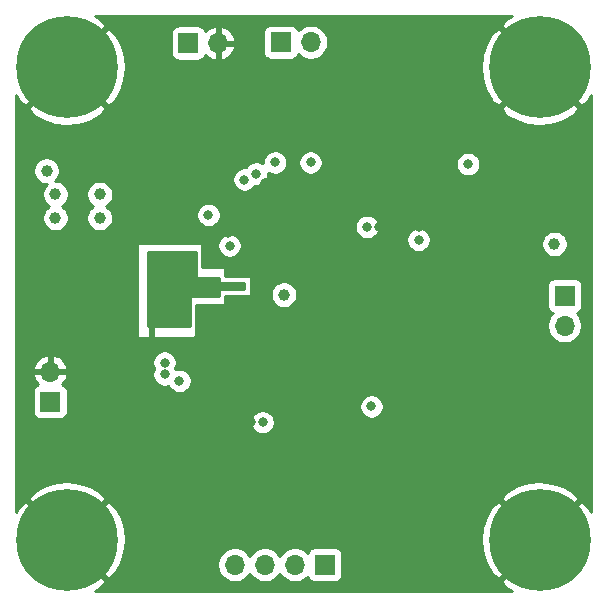
<source format=gbr>
G04 #@! TF.GenerationSoftware,KiCad,Pcbnew,(5.1.5)-3*
G04 #@! TF.CreationDate,2020-06-14T16:13:44+03:00*
G04 #@! TF.ProjectId,dev_board,6465765f-626f-4617-9264-2e6b69636164,rev?*
G04 #@! TF.SameCoordinates,Original*
G04 #@! TF.FileFunction,Copper,L2,Inr*
G04 #@! TF.FilePolarity,Positive*
%FSLAX46Y46*%
G04 Gerber Fmt 4.6, Leading zero omitted, Abs format (unit mm)*
G04 Created by KiCad (PCBNEW (5.1.5)-3) date 2020-06-14 16:13:44*
%MOMM*%
%LPD*%
G04 APERTURE LIST*
%ADD10C,0.900000*%
%ADD11C,8.600000*%
%ADD12O,1.700000X1.700000*%
%ADD13R,1.700000X1.700000*%
%ADD14C,0.800000*%
%ADD15C,1.000000*%
%ADD16C,0.500000*%
%ADD17C,0.254000*%
G04 APERTURE END LIST*
D10*
X37280419Y-32719581D03*
X35000000Y-31775000D03*
X32719581Y-32719581D03*
X31775000Y-35000000D03*
X32719581Y-37280419D03*
X35000000Y-38225000D03*
X37280419Y-37280419D03*
X38225000Y-35000000D03*
D11*
X35000000Y-35000000D03*
X75000000Y-35000000D03*
D10*
X78225000Y-35000000D03*
X77280419Y-37280419D03*
X75000000Y-38225000D03*
X72719581Y-37280419D03*
X71775000Y-35000000D03*
X72719581Y-32719581D03*
X75000000Y-31775000D03*
X77280419Y-32719581D03*
X77280419Y-72719581D03*
X75000000Y-71775000D03*
X72719581Y-72719581D03*
X71775000Y-75000000D03*
X72719581Y-77280419D03*
X75000000Y-78225000D03*
X77280419Y-77280419D03*
X78225000Y-75000000D03*
D11*
X75000000Y-75000000D03*
X35000000Y-75000000D03*
D10*
X38225000Y-75000000D03*
X37280419Y-77280419D03*
X35000000Y-78225000D03*
X32719581Y-77280419D03*
X31775000Y-75000000D03*
X32719581Y-72719581D03*
X35000000Y-71775000D03*
X37280419Y-72719581D03*
D12*
X33550000Y-60760000D03*
D13*
X33550000Y-63300000D03*
D12*
X77110000Y-56870000D03*
D13*
X77110000Y-54330000D03*
X53080000Y-32870000D03*
D12*
X55620000Y-32870000D03*
D13*
X45240000Y-32940000D03*
D12*
X47780000Y-32940000D03*
D13*
X56810000Y-77110000D03*
D12*
X54270000Y-77110000D03*
X51730000Y-77110000D03*
X49190000Y-77110000D03*
D14*
X43100000Y-45400000D03*
X48600000Y-49000000D03*
X61700000Y-60350000D03*
X61400000Y-48500000D03*
X49400000Y-62550000D03*
X48300000Y-43850000D03*
X63250000Y-63250000D03*
X46950000Y-45950000D03*
X46950000Y-47500000D03*
X51750000Y-44750000D03*
X50000000Y-44500000D03*
X51000000Y-44000000D03*
D15*
X32000000Y-50000000D03*
X32000000Y-52750000D03*
X32250000Y-55750000D03*
X34500000Y-55750000D03*
X34500000Y-57750000D03*
X32250000Y-57750000D03*
X37750000Y-45750000D03*
X37750000Y-47750000D03*
X34000000Y-47750000D03*
X34000000Y-45750000D03*
X33250000Y-43750000D03*
D14*
X45200000Y-51100000D03*
X42200000Y-56500000D03*
X64750000Y-48550000D03*
X65650000Y-51150000D03*
X63200000Y-61850000D03*
X58400000Y-65950000D03*
X57000000Y-64950000D03*
X50550000Y-65050000D03*
X51550000Y-65050000D03*
X43250000Y-60000000D03*
X43250000Y-61000000D03*
X64750000Y-49600000D03*
X60400000Y-48500000D03*
X68950000Y-43200000D03*
X60750000Y-63700000D03*
X44500000Y-61550000D03*
X46400000Y-55500000D03*
X47450000Y-55500000D03*
X44750000Y-46800000D03*
X41350000Y-46800000D03*
X48750000Y-50100000D03*
X52600000Y-43050000D03*
X55600000Y-43050000D03*
X68950000Y-44500000D03*
X69100000Y-48050000D03*
D15*
X60000000Y-32500000D03*
X65000000Y-32500000D03*
X65000000Y-37500000D03*
X60000000Y-37500000D03*
X60000000Y-42500000D03*
X65000000Y-42500000D03*
X50000000Y-37500000D03*
X42500000Y-37500000D03*
X42500000Y-40000000D03*
X50000000Y-40000000D03*
X67500000Y-62500000D03*
X72500000Y-62500000D03*
X77500000Y-62500000D03*
X77500000Y-67500000D03*
X72500000Y-67500000D03*
X57500000Y-67500000D03*
X60000000Y-72500000D03*
X65000000Y-72500000D03*
X70000000Y-72500000D03*
X65000000Y-77500000D03*
X60000000Y-77500000D03*
X70000000Y-77500000D03*
X40000000Y-77500000D03*
X40000000Y-72500000D03*
X40000000Y-67500000D03*
X45000000Y-67500000D03*
X50000000Y-67500000D03*
X45000000Y-72500000D03*
X45000000Y-77500000D03*
X70000000Y-57500000D03*
X35000000Y-67500000D03*
X53350000Y-54250000D03*
X76250000Y-49950000D03*
D16*
X42200000Y-56500000D02*
X42200000Y-58950000D01*
D17*
G36*
X72301560Y-30839606D02*
G01*
X72188946Y-30914851D01*
X71696787Y-31517182D01*
X75000000Y-34820395D01*
X75014143Y-34806253D01*
X75193748Y-34985858D01*
X75179605Y-35000000D01*
X78482818Y-38303213D01*
X79085149Y-37811054D01*
X79340000Y-37349534D01*
X79340001Y-72648909D01*
X79160394Y-72301560D01*
X79085149Y-72188946D01*
X78482818Y-71696787D01*
X75179605Y-75000000D01*
X75193748Y-75014143D01*
X75014143Y-75193748D01*
X75000000Y-75179605D01*
X71696787Y-78482818D01*
X72188946Y-79085149D01*
X72650466Y-79340000D01*
X37351093Y-79340000D01*
X37698440Y-79160394D01*
X37811054Y-79085149D01*
X38303213Y-78482818D01*
X35000000Y-75179605D01*
X34985858Y-75193748D01*
X34806253Y-75014143D01*
X34820395Y-75000000D01*
X35179605Y-75000000D01*
X38482818Y-78303213D01*
X39085149Y-77811054D01*
X39553034Y-76963740D01*
X47705000Y-76963740D01*
X47705000Y-77256260D01*
X47762068Y-77543158D01*
X47874010Y-77813411D01*
X48036525Y-78056632D01*
X48243368Y-78263475D01*
X48486589Y-78425990D01*
X48756842Y-78537932D01*
X49043740Y-78595000D01*
X49336260Y-78595000D01*
X49623158Y-78537932D01*
X49893411Y-78425990D01*
X50136632Y-78263475D01*
X50343475Y-78056632D01*
X50460000Y-77882240D01*
X50576525Y-78056632D01*
X50783368Y-78263475D01*
X51026589Y-78425990D01*
X51296842Y-78537932D01*
X51583740Y-78595000D01*
X51876260Y-78595000D01*
X52163158Y-78537932D01*
X52433411Y-78425990D01*
X52676632Y-78263475D01*
X52883475Y-78056632D01*
X53000000Y-77882240D01*
X53116525Y-78056632D01*
X53323368Y-78263475D01*
X53566589Y-78425990D01*
X53836842Y-78537932D01*
X54123740Y-78595000D01*
X54416260Y-78595000D01*
X54703158Y-78537932D01*
X54973411Y-78425990D01*
X55216632Y-78263475D01*
X55348487Y-78131620D01*
X55370498Y-78204180D01*
X55429463Y-78314494D01*
X55508815Y-78411185D01*
X55605506Y-78490537D01*
X55715820Y-78549502D01*
X55835518Y-78585812D01*
X55960000Y-78598072D01*
X57660000Y-78598072D01*
X57784482Y-78585812D01*
X57904180Y-78549502D01*
X58014494Y-78490537D01*
X58111185Y-78411185D01*
X58190537Y-78314494D01*
X58249502Y-78204180D01*
X58285812Y-78084482D01*
X58298072Y-77960000D01*
X58298072Y-76260000D01*
X58285812Y-76135518D01*
X58249502Y-76015820D01*
X58190537Y-75905506D01*
X58111185Y-75808815D01*
X58014494Y-75729463D01*
X57904180Y-75670498D01*
X57784482Y-75634188D01*
X57660000Y-75621928D01*
X55960000Y-75621928D01*
X55835518Y-75634188D01*
X55715820Y-75670498D01*
X55605506Y-75729463D01*
X55508815Y-75808815D01*
X55429463Y-75905506D01*
X55370498Y-76015820D01*
X55348487Y-76088380D01*
X55216632Y-75956525D01*
X54973411Y-75794010D01*
X54703158Y-75682068D01*
X54416260Y-75625000D01*
X54123740Y-75625000D01*
X53836842Y-75682068D01*
X53566589Y-75794010D01*
X53323368Y-75956525D01*
X53116525Y-76163368D01*
X53000000Y-76337760D01*
X52883475Y-76163368D01*
X52676632Y-75956525D01*
X52433411Y-75794010D01*
X52163158Y-75682068D01*
X51876260Y-75625000D01*
X51583740Y-75625000D01*
X51296842Y-75682068D01*
X51026589Y-75794010D01*
X50783368Y-75956525D01*
X50576525Y-76163368D01*
X50460000Y-76337760D01*
X50343475Y-76163368D01*
X50136632Y-75956525D01*
X49893411Y-75794010D01*
X49623158Y-75682068D01*
X49336260Y-75625000D01*
X49043740Y-75625000D01*
X48756842Y-75682068D01*
X48486589Y-75794010D01*
X48243368Y-75956525D01*
X48036525Y-76163368D01*
X47874010Y-76406589D01*
X47762068Y-76676842D01*
X47705000Y-76963740D01*
X39553034Y-76963740D01*
X39555063Y-76960067D01*
X39849929Y-76033757D01*
X39958414Y-75067719D01*
X39946940Y-74932281D01*
X70041586Y-74932281D01*
X70123649Y-75900921D01*
X70393107Y-76834938D01*
X70839606Y-77698440D01*
X70914851Y-77811054D01*
X71517182Y-78303213D01*
X74820395Y-75000000D01*
X71517182Y-71696787D01*
X70914851Y-72188946D01*
X70444937Y-73039933D01*
X70150071Y-73966243D01*
X70041586Y-74932281D01*
X39946940Y-74932281D01*
X39876351Y-74099079D01*
X39606893Y-73165062D01*
X39160394Y-72301560D01*
X39085149Y-72188946D01*
X38482818Y-71696787D01*
X35179605Y-75000000D01*
X34820395Y-75000000D01*
X31517182Y-71696787D01*
X30914851Y-72188946D01*
X30660000Y-72650466D01*
X30660000Y-71517182D01*
X31696787Y-71517182D01*
X35000000Y-74820395D01*
X38303213Y-71517182D01*
X71696787Y-71517182D01*
X75000000Y-74820395D01*
X78303213Y-71517182D01*
X77811054Y-70914851D01*
X76960067Y-70444937D01*
X76033757Y-70150071D01*
X75067719Y-70041586D01*
X74099079Y-70123649D01*
X73165062Y-70393107D01*
X72301560Y-70839606D01*
X72188946Y-70914851D01*
X71696787Y-71517182D01*
X38303213Y-71517182D01*
X37811054Y-70914851D01*
X36960067Y-70444937D01*
X36033757Y-70150071D01*
X35067719Y-70041586D01*
X34099079Y-70123649D01*
X33165062Y-70393107D01*
X32301560Y-70839606D01*
X32188946Y-70914851D01*
X31696787Y-71517182D01*
X30660000Y-71517182D01*
X30660000Y-64948061D01*
X50515000Y-64948061D01*
X50515000Y-65151939D01*
X50554774Y-65351898D01*
X50632795Y-65540256D01*
X50746063Y-65709774D01*
X50890226Y-65853937D01*
X51059744Y-65967205D01*
X51248102Y-66045226D01*
X51448061Y-66085000D01*
X51651939Y-66085000D01*
X51851898Y-66045226D01*
X52040256Y-65967205D01*
X52209774Y-65853937D01*
X52353937Y-65709774D01*
X52467205Y-65540256D01*
X52545226Y-65351898D01*
X52585000Y-65151939D01*
X52585000Y-64948061D01*
X52545226Y-64748102D01*
X52467205Y-64559744D01*
X52353937Y-64390226D01*
X52209774Y-64246063D01*
X52040256Y-64132795D01*
X51851898Y-64054774D01*
X51651939Y-64015000D01*
X51448061Y-64015000D01*
X51248102Y-64054774D01*
X51059744Y-64132795D01*
X50890226Y-64246063D01*
X50746063Y-64390226D01*
X50632795Y-64559744D01*
X50554774Y-64748102D01*
X50515000Y-64948061D01*
X30660000Y-64948061D01*
X30660000Y-62450000D01*
X32061928Y-62450000D01*
X32061928Y-64150000D01*
X32074188Y-64274482D01*
X32110498Y-64394180D01*
X32169463Y-64504494D01*
X32248815Y-64601185D01*
X32345506Y-64680537D01*
X32455820Y-64739502D01*
X32575518Y-64775812D01*
X32700000Y-64788072D01*
X34400000Y-64788072D01*
X34524482Y-64775812D01*
X34644180Y-64739502D01*
X34754494Y-64680537D01*
X34851185Y-64601185D01*
X34930537Y-64504494D01*
X34989502Y-64394180D01*
X35025812Y-64274482D01*
X35038072Y-64150000D01*
X35038072Y-63598061D01*
X59715000Y-63598061D01*
X59715000Y-63801939D01*
X59754774Y-64001898D01*
X59832795Y-64190256D01*
X59946063Y-64359774D01*
X60090226Y-64503937D01*
X60259744Y-64617205D01*
X60448102Y-64695226D01*
X60648061Y-64735000D01*
X60851939Y-64735000D01*
X61051898Y-64695226D01*
X61240256Y-64617205D01*
X61409774Y-64503937D01*
X61553937Y-64359774D01*
X61667205Y-64190256D01*
X61745226Y-64001898D01*
X61785000Y-63801939D01*
X61785000Y-63598061D01*
X61745226Y-63398102D01*
X61667205Y-63209744D01*
X61553937Y-63040226D01*
X61409774Y-62896063D01*
X61240256Y-62782795D01*
X61051898Y-62704774D01*
X60851939Y-62665000D01*
X60648061Y-62665000D01*
X60448102Y-62704774D01*
X60259744Y-62782795D01*
X60090226Y-62896063D01*
X59946063Y-63040226D01*
X59832795Y-63209744D01*
X59754774Y-63398102D01*
X59715000Y-63598061D01*
X35038072Y-63598061D01*
X35038072Y-62450000D01*
X35025812Y-62325518D01*
X34989502Y-62205820D01*
X34930537Y-62095506D01*
X34851185Y-61998815D01*
X34754494Y-61919463D01*
X34644180Y-61860498D01*
X34563534Y-61836034D01*
X34647588Y-61760269D01*
X34821641Y-61526920D01*
X34946825Y-61264099D01*
X34991476Y-61116890D01*
X34870155Y-60887000D01*
X33677000Y-60887000D01*
X33677000Y-60907000D01*
X33423000Y-60907000D01*
X33423000Y-60887000D01*
X32229845Y-60887000D01*
X32108524Y-61116890D01*
X32153175Y-61264099D01*
X32278359Y-61526920D01*
X32452412Y-61760269D01*
X32536466Y-61836034D01*
X32455820Y-61860498D01*
X32345506Y-61919463D01*
X32248815Y-61998815D01*
X32169463Y-62095506D01*
X32110498Y-62205820D01*
X32074188Y-62325518D01*
X32061928Y-62450000D01*
X30660000Y-62450000D01*
X30660000Y-60403110D01*
X32108524Y-60403110D01*
X32229845Y-60633000D01*
X33423000Y-60633000D01*
X33423000Y-59439186D01*
X33677000Y-59439186D01*
X33677000Y-60633000D01*
X34870155Y-60633000D01*
X34991476Y-60403110D01*
X34946825Y-60255901D01*
X34821641Y-59993080D01*
X34750768Y-59898061D01*
X42215000Y-59898061D01*
X42215000Y-60101939D01*
X42254774Y-60301898D01*
X42332795Y-60490256D01*
X42339306Y-60500000D01*
X42332795Y-60509744D01*
X42254774Y-60698102D01*
X42215000Y-60898061D01*
X42215000Y-61101939D01*
X42254774Y-61301898D01*
X42332795Y-61490256D01*
X42446063Y-61659774D01*
X42590226Y-61803937D01*
X42759744Y-61917205D01*
X42948102Y-61995226D01*
X43148061Y-62035000D01*
X43351939Y-62035000D01*
X43551898Y-61995226D01*
X43562350Y-61990897D01*
X43582795Y-62040256D01*
X43696063Y-62209774D01*
X43840226Y-62353937D01*
X44009744Y-62467205D01*
X44198102Y-62545226D01*
X44398061Y-62585000D01*
X44601939Y-62585000D01*
X44801898Y-62545226D01*
X44990256Y-62467205D01*
X45159774Y-62353937D01*
X45303937Y-62209774D01*
X45417205Y-62040256D01*
X45495226Y-61851898D01*
X45535000Y-61651939D01*
X45535000Y-61448061D01*
X45495226Y-61248102D01*
X45417205Y-61059744D01*
X45303937Y-60890226D01*
X45159774Y-60746063D01*
X44990256Y-60632795D01*
X44801898Y-60554774D01*
X44601939Y-60515000D01*
X44398061Y-60515000D01*
X44198102Y-60554774D01*
X44187650Y-60559103D01*
X44167205Y-60509744D01*
X44160694Y-60500000D01*
X44167205Y-60490256D01*
X44245226Y-60301898D01*
X44285000Y-60101939D01*
X44285000Y-59898061D01*
X44245226Y-59698102D01*
X44167205Y-59509744D01*
X44053937Y-59340226D01*
X43909774Y-59196063D01*
X43740256Y-59082795D01*
X43551898Y-59004774D01*
X43351939Y-58965000D01*
X43148061Y-58965000D01*
X42948102Y-59004774D01*
X42759744Y-59082795D01*
X42590226Y-59196063D01*
X42446063Y-59340226D01*
X42332795Y-59509744D01*
X42254774Y-59698102D01*
X42215000Y-59898061D01*
X34750768Y-59898061D01*
X34647588Y-59759731D01*
X34431355Y-59564822D01*
X34181252Y-59415843D01*
X33906891Y-59318519D01*
X33677000Y-59439186D01*
X33423000Y-59439186D01*
X33193109Y-59318519D01*
X32918748Y-59415843D01*
X32668645Y-59564822D01*
X32452412Y-59759731D01*
X32278359Y-59993080D01*
X32153175Y-60255901D01*
X32108524Y-60403110D01*
X30660000Y-60403110D01*
X30660000Y-50000000D01*
X40873000Y-50000000D01*
X40873000Y-57750000D01*
X40875440Y-57774776D01*
X40882667Y-57798601D01*
X40894403Y-57820557D01*
X40910197Y-57839803D01*
X40929443Y-57855597D01*
X40951399Y-57867333D01*
X40975224Y-57874560D01*
X41000000Y-57877000D01*
X45750000Y-57877000D01*
X45774776Y-57874560D01*
X45798601Y-57867333D01*
X45820557Y-57855597D01*
X45839803Y-57839803D01*
X45855597Y-57820557D01*
X45867333Y-57798601D01*
X45874560Y-57774776D01*
X45877000Y-57750000D01*
X45877000Y-55127000D01*
X48250000Y-55127000D01*
X48274776Y-55124560D01*
X48298601Y-55117333D01*
X48320557Y-55105597D01*
X48339803Y-55089803D01*
X48355597Y-55070557D01*
X48367333Y-55048601D01*
X48374560Y-55024776D01*
X48377000Y-55000000D01*
X48377000Y-54352000D01*
X50400000Y-54352000D01*
X50424776Y-54349560D01*
X50448601Y-54342333D01*
X50470557Y-54330597D01*
X50489803Y-54314803D01*
X50505597Y-54295557D01*
X50517333Y-54273601D01*
X50524560Y-54249776D01*
X50527000Y-54225000D01*
X50527000Y-54138212D01*
X52215000Y-54138212D01*
X52215000Y-54361788D01*
X52258617Y-54581067D01*
X52344176Y-54787624D01*
X52468388Y-54973520D01*
X52626480Y-55131612D01*
X52812376Y-55255824D01*
X53018933Y-55341383D01*
X53238212Y-55385000D01*
X53461788Y-55385000D01*
X53681067Y-55341383D01*
X53887624Y-55255824D01*
X54073520Y-55131612D01*
X54231612Y-54973520D01*
X54355824Y-54787624D01*
X54441383Y-54581067D01*
X54485000Y-54361788D01*
X54485000Y-54138212D01*
X54441383Y-53918933D01*
X54355824Y-53712376D01*
X54231612Y-53526480D01*
X54185132Y-53480000D01*
X75621928Y-53480000D01*
X75621928Y-55180000D01*
X75634188Y-55304482D01*
X75670498Y-55424180D01*
X75729463Y-55534494D01*
X75808815Y-55631185D01*
X75905506Y-55710537D01*
X76015820Y-55769502D01*
X76088380Y-55791513D01*
X75956525Y-55923368D01*
X75794010Y-56166589D01*
X75682068Y-56436842D01*
X75625000Y-56723740D01*
X75625000Y-57016260D01*
X75682068Y-57303158D01*
X75794010Y-57573411D01*
X75956525Y-57816632D01*
X76163368Y-58023475D01*
X76406589Y-58185990D01*
X76676842Y-58297932D01*
X76963740Y-58355000D01*
X77256260Y-58355000D01*
X77543158Y-58297932D01*
X77813411Y-58185990D01*
X78056632Y-58023475D01*
X78263475Y-57816632D01*
X78425990Y-57573411D01*
X78537932Y-57303158D01*
X78595000Y-57016260D01*
X78595000Y-56723740D01*
X78537932Y-56436842D01*
X78425990Y-56166589D01*
X78263475Y-55923368D01*
X78131620Y-55791513D01*
X78204180Y-55769502D01*
X78314494Y-55710537D01*
X78411185Y-55631185D01*
X78490537Y-55534494D01*
X78549502Y-55424180D01*
X78585812Y-55304482D01*
X78598072Y-55180000D01*
X78598072Y-53480000D01*
X78585812Y-53355518D01*
X78549502Y-53235820D01*
X78490537Y-53125506D01*
X78411185Y-53028815D01*
X78314494Y-52949463D01*
X78204180Y-52890498D01*
X78084482Y-52854188D01*
X77960000Y-52841928D01*
X76260000Y-52841928D01*
X76135518Y-52854188D01*
X76015820Y-52890498D01*
X75905506Y-52949463D01*
X75808815Y-53028815D01*
X75729463Y-53125506D01*
X75670498Y-53235820D01*
X75634188Y-53355518D01*
X75621928Y-53480000D01*
X54185132Y-53480000D01*
X54073520Y-53368388D01*
X53887624Y-53244176D01*
X53681067Y-53158617D01*
X53461788Y-53115000D01*
X53238212Y-53115000D01*
X53018933Y-53158617D01*
X52812376Y-53244176D01*
X52626480Y-53368388D01*
X52468388Y-53526480D01*
X52344176Y-53712376D01*
X52258617Y-53918933D01*
X52215000Y-54138212D01*
X50527000Y-54138212D01*
X50527000Y-52775000D01*
X50524560Y-52750224D01*
X50517333Y-52726399D01*
X50505597Y-52704443D01*
X50489803Y-52685197D01*
X50470557Y-52669403D01*
X50448601Y-52657667D01*
X50424776Y-52650440D01*
X50400000Y-52648000D01*
X48377000Y-52648000D01*
X48377000Y-52000000D01*
X48374560Y-51975224D01*
X48367333Y-51951399D01*
X48355597Y-51929443D01*
X48339803Y-51910197D01*
X48320557Y-51894403D01*
X48298601Y-51882667D01*
X48274776Y-51875440D01*
X48250000Y-51873000D01*
X46377000Y-51873000D01*
X46377000Y-50000000D01*
X46376810Y-49998061D01*
X47715000Y-49998061D01*
X47715000Y-50201939D01*
X47754774Y-50401898D01*
X47832795Y-50590256D01*
X47946063Y-50759774D01*
X48090226Y-50903937D01*
X48259744Y-51017205D01*
X48448102Y-51095226D01*
X48648061Y-51135000D01*
X48851939Y-51135000D01*
X49051898Y-51095226D01*
X49240256Y-51017205D01*
X49409774Y-50903937D01*
X49553937Y-50759774D01*
X49667205Y-50590256D01*
X49745226Y-50401898D01*
X49785000Y-50201939D01*
X49785000Y-49998061D01*
X49745226Y-49798102D01*
X49667205Y-49609744D01*
X49553937Y-49440226D01*
X49409774Y-49296063D01*
X49240256Y-49182795D01*
X49051898Y-49104774D01*
X48851939Y-49065000D01*
X48648061Y-49065000D01*
X48448102Y-49104774D01*
X48259744Y-49182795D01*
X48090226Y-49296063D01*
X47946063Y-49440226D01*
X47832795Y-49609744D01*
X47754774Y-49798102D01*
X47715000Y-49998061D01*
X46376810Y-49998061D01*
X46374560Y-49975224D01*
X46367333Y-49951399D01*
X46355597Y-49929443D01*
X46339803Y-49910197D01*
X46320557Y-49894403D01*
X46298601Y-49882667D01*
X46274776Y-49875440D01*
X46250000Y-49873000D01*
X41000000Y-49873000D01*
X40975224Y-49875440D01*
X40951399Y-49882667D01*
X40929443Y-49894403D01*
X40910197Y-49910197D01*
X40894403Y-49929443D01*
X40882667Y-49951399D01*
X40875440Y-49975224D01*
X40873000Y-50000000D01*
X30660000Y-50000000D01*
X30660000Y-43638212D01*
X32115000Y-43638212D01*
X32115000Y-43861788D01*
X32158617Y-44081067D01*
X32244176Y-44287624D01*
X32368388Y-44473520D01*
X32526480Y-44631612D01*
X32712376Y-44755824D01*
X32918933Y-44841383D01*
X33138212Y-44885000D01*
X33259868Y-44885000D01*
X33118388Y-45026480D01*
X32994176Y-45212376D01*
X32908617Y-45418933D01*
X32865000Y-45638212D01*
X32865000Y-45861788D01*
X32908617Y-46081067D01*
X32994176Y-46287624D01*
X33118388Y-46473520D01*
X33276480Y-46631612D01*
X33453660Y-46750000D01*
X33276480Y-46868388D01*
X33118388Y-47026480D01*
X32994176Y-47212376D01*
X32908617Y-47418933D01*
X32865000Y-47638212D01*
X32865000Y-47861788D01*
X32908617Y-48081067D01*
X32994176Y-48287624D01*
X33118388Y-48473520D01*
X33276480Y-48631612D01*
X33462376Y-48755824D01*
X33668933Y-48841383D01*
X33888212Y-48885000D01*
X34111788Y-48885000D01*
X34331067Y-48841383D01*
X34537624Y-48755824D01*
X34723520Y-48631612D01*
X34881612Y-48473520D01*
X35005824Y-48287624D01*
X35091383Y-48081067D01*
X35135000Y-47861788D01*
X35135000Y-47638212D01*
X35091383Y-47418933D01*
X35005824Y-47212376D01*
X34881612Y-47026480D01*
X34723520Y-46868388D01*
X34546340Y-46750000D01*
X34723520Y-46631612D01*
X34881612Y-46473520D01*
X35005824Y-46287624D01*
X35091383Y-46081067D01*
X35135000Y-45861788D01*
X35135000Y-45638212D01*
X36615000Y-45638212D01*
X36615000Y-45861788D01*
X36658617Y-46081067D01*
X36744176Y-46287624D01*
X36868388Y-46473520D01*
X37026480Y-46631612D01*
X37203660Y-46750000D01*
X37026480Y-46868388D01*
X36868388Y-47026480D01*
X36744176Y-47212376D01*
X36658617Y-47418933D01*
X36615000Y-47638212D01*
X36615000Y-47861788D01*
X36658617Y-48081067D01*
X36744176Y-48287624D01*
X36868388Y-48473520D01*
X37026480Y-48631612D01*
X37212376Y-48755824D01*
X37418933Y-48841383D01*
X37638212Y-48885000D01*
X37861788Y-48885000D01*
X38081067Y-48841383D01*
X38287624Y-48755824D01*
X38473520Y-48631612D01*
X38631612Y-48473520D01*
X38755824Y-48287624D01*
X38841383Y-48081067D01*
X38885000Y-47861788D01*
X38885000Y-47638212D01*
X38841383Y-47418933D01*
X38832738Y-47398061D01*
X45915000Y-47398061D01*
X45915000Y-47601939D01*
X45954774Y-47801898D01*
X46032795Y-47990256D01*
X46146063Y-48159774D01*
X46290226Y-48303937D01*
X46459744Y-48417205D01*
X46648102Y-48495226D01*
X46848061Y-48535000D01*
X47051939Y-48535000D01*
X47251898Y-48495226D01*
X47440256Y-48417205D01*
X47468907Y-48398061D01*
X59365000Y-48398061D01*
X59365000Y-48601939D01*
X59404774Y-48801898D01*
X59482795Y-48990256D01*
X59596063Y-49159774D01*
X59740226Y-49303937D01*
X59909744Y-49417205D01*
X60098102Y-49495226D01*
X60298061Y-49535000D01*
X60501939Y-49535000D01*
X60687645Y-49498061D01*
X63715000Y-49498061D01*
X63715000Y-49701939D01*
X63754774Y-49901898D01*
X63832795Y-50090256D01*
X63946063Y-50259774D01*
X64090226Y-50403937D01*
X64259744Y-50517205D01*
X64448102Y-50595226D01*
X64648061Y-50635000D01*
X64851939Y-50635000D01*
X65051898Y-50595226D01*
X65240256Y-50517205D01*
X65409774Y-50403937D01*
X65553937Y-50259774D01*
X65667205Y-50090256D01*
X65745226Y-49901898D01*
X65757893Y-49838212D01*
X75115000Y-49838212D01*
X75115000Y-50061788D01*
X75158617Y-50281067D01*
X75244176Y-50487624D01*
X75368388Y-50673520D01*
X75526480Y-50831612D01*
X75712376Y-50955824D01*
X75918933Y-51041383D01*
X76138212Y-51085000D01*
X76361788Y-51085000D01*
X76581067Y-51041383D01*
X76787624Y-50955824D01*
X76973520Y-50831612D01*
X77131612Y-50673520D01*
X77255824Y-50487624D01*
X77341383Y-50281067D01*
X77385000Y-50061788D01*
X77385000Y-49838212D01*
X77341383Y-49618933D01*
X77255824Y-49412376D01*
X77131612Y-49226480D01*
X76973520Y-49068388D01*
X76787624Y-48944176D01*
X76581067Y-48858617D01*
X76361788Y-48815000D01*
X76138212Y-48815000D01*
X75918933Y-48858617D01*
X75712376Y-48944176D01*
X75526480Y-49068388D01*
X75368388Y-49226480D01*
X75244176Y-49412376D01*
X75158617Y-49618933D01*
X75115000Y-49838212D01*
X65757893Y-49838212D01*
X65785000Y-49701939D01*
X65785000Y-49498061D01*
X65745226Y-49298102D01*
X65667205Y-49109744D01*
X65553937Y-48940226D01*
X65409774Y-48796063D01*
X65240256Y-48682795D01*
X65051898Y-48604774D01*
X64851939Y-48565000D01*
X64648061Y-48565000D01*
X64448102Y-48604774D01*
X64259744Y-48682795D01*
X64090226Y-48796063D01*
X63946063Y-48940226D01*
X63832795Y-49109744D01*
X63754774Y-49298102D01*
X63715000Y-49498061D01*
X60687645Y-49498061D01*
X60701898Y-49495226D01*
X60890256Y-49417205D01*
X61059774Y-49303937D01*
X61203937Y-49159774D01*
X61317205Y-48990256D01*
X61395226Y-48801898D01*
X61435000Y-48601939D01*
X61435000Y-48398061D01*
X61395226Y-48198102D01*
X61317205Y-48009744D01*
X61203937Y-47840226D01*
X61059774Y-47696063D01*
X60890256Y-47582795D01*
X60701898Y-47504774D01*
X60501939Y-47465000D01*
X60298061Y-47465000D01*
X60098102Y-47504774D01*
X59909744Y-47582795D01*
X59740226Y-47696063D01*
X59596063Y-47840226D01*
X59482795Y-48009744D01*
X59404774Y-48198102D01*
X59365000Y-48398061D01*
X47468907Y-48398061D01*
X47609774Y-48303937D01*
X47753937Y-48159774D01*
X47867205Y-47990256D01*
X47945226Y-47801898D01*
X47985000Y-47601939D01*
X47985000Y-47398061D01*
X47945226Y-47198102D01*
X47867205Y-47009744D01*
X47753937Y-46840226D01*
X47609774Y-46696063D01*
X47440256Y-46582795D01*
X47251898Y-46504774D01*
X47051939Y-46465000D01*
X46848061Y-46465000D01*
X46648102Y-46504774D01*
X46459744Y-46582795D01*
X46290226Y-46696063D01*
X46146063Y-46840226D01*
X46032795Y-47009744D01*
X45954774Y-47198102D01*
X45915000Y-47398061D01*
X38832738Y-47398061D01*
X38755824Y-47212376D01*
X38631612Y-47026480D01*
X38473520Y-46868388D01*
X38296340Y-46750000D01*
X38473520Y-46631612D01*
X38631612Y-46473520D01*
X38755824Y-46287624D01*
X38841383Y-46081067D01*
X38885000Y-45861788D01*
X38885000Y-45638212D01*
X38841383Y-45418933D01*
X38755824Y-45212376D01*
X38631612Y-45026480D01*
X38473520Y-44868388D01*
X38287624Y-44744176D01*
X38081067Y-44658617D01*
X37861788Y-44615000D01*
X37638212Y-44615000D01*
X37418933Y-44658617D01*
X37212376Y-44744176D01*
X37026480Y-44868388D01*
X36868388Y-45026480D01*
X36744176Y-45212376D01*
X36658617Y-45418933D01*
X36615000Y-45638212D01*
X35135000Y-45638212D01*
X35091383Y-45418933D01*
X35005824Y-45212376D01*
X34881612Y-45026480D01*
X34723520Y-44868388D01*
X34537624Y-44744176D01*
X34331067Y-44658617D01*
X34111788Y-44615000D01*
X33990132Y-44615000D01*
X34131612Y-44473520D01*
X34182032Y-44398061D01*
X48965000Y-44398061D01*
X48965000Y-44601939D01*
X49004774Y-44801898D01*
X49082795Y-44990256D01*
X49196063Y-45159774D01*
X49340226Y-45303937D01*
X49509744Y-45417205D01*
X49698102Y-45495226D01*
X49898061Y-45535000D01*
X50101939Y-45535000D01*
X50301898Y-45495226D01*
X50490256Y-45417205D01*
X50659774Y-45303937D01*
X50803937Y-45159774D01*
X50888570Y-45033112D01*
X50898061Y-45035000D01*
X51101939Y-45035000D01*
X51301898Y-44995226D01*
X51490256Y-44917205D01*
X51659774Y-44803937D01*
X51803937Y-44659774D01*
X51917205Y-44490256D01*
X51995226Y-44301898D01*
X52035000Y-44101939D01*
X52035000Y-43917263D01*
X52109744Y-43967205D01*
X52298102Y-44045226D01*
X52498061Y-44085000D01*
X52701939Y-44085000D01*
X52901898Y-44045226D01*
X53090256Y-43967205D01*
X53259774Y-43853937D01*
X53403937Y-43709774D01*
X53517205Y-43540256D01*
X53595226Y-43351898D01*
X53635000Y-43151939D01*
X53635000Y-42948061D01*
X54565000Y-42948061D01*
X54565000Y-43151939D01*
X54604774Y-43351898D01*
X54682795Y-43540256D01*
X54796063Y-43709774D01*
X54940226Y-43853937D01*
X55109744Y-43967205D01*
X55298102Y-44045226D01*
X55498061Y-44085000D01*
X55701939Y-44085000D01*
X55901898Y-44045226D01*
X56090256Y-43967205D01*
X56259774Y-43853937D01*
X56403937Y-43709774D01*
X56517205Y-43540256D01*
X56595226Y-43351898D01*
X56635000Y-43151939D01*
X56635000Y-43098061D01*
X67915000Y-43098061D01*
X67915000Y-43301939D01*
X67954774Y-43501898D01*
X68032795Y-43690256D01*
X68146063Y-43859774D01*
X68290226Y-44003937D01*
X68459744Y-44117205D01*
X68648102Y-44195226D01*
X68848061Y-44235000D01*
X69051939Y-44235000D01*
X69251898Y-44195226D01*
X69440256Y-44117205D01*
X69609774Y-44003937D01*
X69753937Y-43859774D01*
X69867205Y-43690256D01*
X69945226Y-43501898D01*
X69985000Y-43301939D01*
X69985000Y-43098061D01*
X69945226Y-42898102D01*
X69867205Y-42709744D01*
X69753937Y-42540226D01*
X69609774Y-42396063D01*
X69440256Y-42282795D01*
X69251898Y-42204774D01*
X69051939Y-42165000D01*
X68848061Y-42165000D01*
X68648102Y-42204774D01*
X68459744Y-42282795D01*
X68290226Y-42396063D01*
X68146063Y-42540226D01*
X68032795Y-42709744D01*
X67954774Y-42898102D01*
X67915000Y-43098061D01*
X56635000Y-43098061D01*
X56635000Y-42948061D01*
X56595226Y-42748102D01*
X56517205Y-42559744D01*
X56403937Y-42390226D01*
X56259774Y-42246063D01*
X56090256Y-42132795D01*
X55901898Y-42054774D01*
X55701939Y-42015000D01*
X55498061Y-42015000D01*
X55298102Y-42054774D01*
X55109744Y-42132795D01*
X54940226Y-42246063D01*
X54796063Y-42390226D01*
X54682795Y-42559744D01*
X54604774Y-42748102D01*
X54565000Y-42948061D01*
X53635000Y-42948061D01*
X53595226Y-42748102D01*
X53517205Y-42559744D01*
X53403937Y-42390226D01*
X53259774Y-42246063D01*
X53090256Y-42132795D01*
X52901898Y-42054774D01*
X52701939Y-42015000D01*
X52498061Y-42015000D01*
X52298102Y-42054774D01*
X52109744Y-42132795D01*
X51940226Y-42246063D01*
X51796063Y-42390226D01*
X51682795Y-42559744D01*
X51604774Y-42748102D01*
X51565000Y-42948061D01*
X51565000Y-43132737D01*
X51490256Y-43082795D01*
X51301898Y-43004774D01*
X51101939Y-42965000D01*
X50898061Y-42965000D01*
X50698102Y-43004774D01*
X50509744Y-43082795D01*
X50340226Y-43196063D01*
X50196063Y-43340226D01*
X50111430Y-43466888D01*
X50101939Y-43465000D01*
X49898061Y-43465000D01*
X49698102Y-43504774D01*
X49509744Y-43582795D01*
X49340226Y-43696063D01*
X49196063Y-43840226D01*
X49082795Y-44009744D01*
X49004774Y-44198102D01*
X48965000Y-44398061D01*
X34182032Y-44398061D01*
X34255824Y-44287624D01*
X34341383Y-44081067D01*
X34385000Y-43861788D01*
X34385000Y-43638212D01*
X34341383Y-43418933D01*
X34255824Y-43212376D01*
X34131612Y-43026480D01*
X33973520Y-42868388D01*
X33787624Y-42744176D01*
X33581067Y-42658617D01*
X33361788Y-42615000D01*
X33138212Y-42615000D01*
X32918933Y-42658617D01*
X32712376Y-42744176D01*
X32526480Y-42868388D01*
X32368388Y-43026480D01*
X32244176Y-43212376D01*
X32158617Y-43418933D01*
X32115000Y-43638212D01*
X30660000Y-43638212D01*
X30660000Y-38482818D01*
X31696787Y-38482818D01*
X32188946Y-39085149D01*
X33039933Y-39555063D01*
X33966243Y-39849929D01*
X34932281Y-39958414D01*
X35900921Y-39876351D01*
X36834938Y-39606893D01*
X37698440Y-39160394D01*
X37811054Y-39085149D01*
X38303213Y-38482818D01*
X71696787Y-38482818D01*
X72188946Y-39085149D01*
X73039933Y-39555063D01*
X73966243Y-39849929D01*
X74932281Y-39958414D01*
X75900921Y-39876351D01*
X76834938Y-39606893D01*
X77698440Y-39160394D01*
X77811054Y-39085149D01*
X78303213Y-38482818D01*
X75000000Y-35179605D01*
X71696787Y-38482818D01*
X38303213Y-38482818D01*
X35000000Y-35179605D01*
X31696787Y-38482818D01*
X30660000Y-38482818D01*
X30660000Y-37351093D01*
X30839606Y-37698440D01*
X30914851Y-37811054D01*
X31517182Y-38303213D01*
X34820395Y-35000000D01*
X35179605Y-35000000D01*
X38482818Y-38303213D01*
X39085149Y-37811054D01*
X39555063Y-36960067D01*
X39849929Y-36033757D01*
X39958414Y-35067719D01*
X39946940Y-34932281D01*
X70041586Y-34932281D01*
X70123649Y-35900921D01*
X70393107Y-36834938D01*
X70839606Y-37698440D01*
X70914851Y-37811054D01*
X71517182Y-38303213D01*
X74820395Y-35000000D01*
X71517182Y-31696787D01*
X70914851Y-32188946D01*
X70444937Y-33039933D01*
X70150071Y-33966243D01*
X70041586Y-34932281D01*
X39946940Y-34932281D01*
X39876351Y-34099079D01*
X39606893Y-33165062D01*
X39160394Y-32301560D01*
X39085149Y-32188946D01*
X38964054Y-32090000D01*
X43751928Y-32090000D01*
X43751928Y-33790000D01*
X43764188Y-33914482D01*
X43800498Y-34034180D01*
X43859463Y-34144494D01*
X43938815Y-34241185D01*
X44035506Y-34320537D01*
X44145820Y-34379502D01*
X44265518Y-34415812D01*
X44390000Y-34428072D01*
X46090000Y-34428072D01*
X46214482Y-34415812D01*
X46334180Y-34379502D01*
X46444494Y-34320537D01*
X46541185Y-34241185D01*
X46620537Y-34144494D01*
X46679502Y-34034180D01*
X46703966Y-33953534D01*
X46779731Y-34037588D01*
X47013080Y-34211641D01*
X47275901Y-34336825D01*
X47423110Y-34381476D01*
X47653000Y-34260155D01*
X47653000Y-33067000D01*
X47907000Y-33067000D01*
X47907000Y-34260155D01*
X48136890Y-34381476D01*
X48284099Y-34336825D01*
X48546920Y-34211641D01*
X48780269Y-34037588D01*
X48975178Y-33821355D01*
X49124157Y-33571252D01*
X49221481Y-33296891D01*
X49100814Y-33067000D01*
X47907000Y-33067000D01*
X47653000Y-33067000D01*
X47633000Y-33067000D01*
X47633000Y-32813000D01*
X47653000Y-32813000D01*
X47653000Y-31619845D01*
X47907000Y-31619845D01*
X47907000Y-32813000D01*
X49100814Y-32813000D01*
X49221481Y-32583109D01*
X49124157Y-32308748D01*
X48975178Y-32058645D01*
X48940345Y-32020000D01*
X51591928Y-32020000D01*
X51591928Y-33720000D01*
X51604188Y-33844482D01*
X51640498Y-33964180D01*
X51699463Y-34074494D01*
X51778815Y-34171185D01*
X51875506Y-34250537D01*
X51985820Y-34309502D01*
X52105518Y-34345812D01*
X52230000Y-34358072D01*
X53930000Y-34358072D01*
X54054482Y-34345812D01*
X54174180Y-34309502D01*
X54284494Y-34250537D01*
X54381185Y-34171185D01*
X54460537Y-34074494D01*
X54519502Y-33964180D01*
X54541513Y-33891620D01*
X54673368Y-34023475D01*
X54916589Y-34185990D01*
X55186842Y-34297932D01*
X55473740Y-34355000D01*
X55766260Y-34355000D01*
X56053158Y-34297932D01*
X56323411Y-34185990D01*
X56566632Y-34023475D01*
X56773475Y-33816632D01*
X56935990Y-33573411D01*
X57047932Y-33303158D01*
X57105000Y-33016260D01*
X57105000Y-32723740D01*
X57047932Y-32436842D01*
X56935990Y-32166589D01*
X56773475Y-31923368D01*
X56566632Y-31716525D01*
X56323411Y-31554010D01*
X56053158Y-31442068D01*
X55766260Y-31385000D01*
X55473740Y-31385000D01*
X55186842Y-31442068D01*
X54916589Y-31554010D01*
X54673368Y-31716525D01*
X54541513Y-31848380D01*
X54519502Y-31775820D01*
X54460537Y-31665506D01*
X54381185Y-31568815D01*
X54284494Y-31489463D01*
X54174180Y-31430498D01*
X54054482Y-31394188D01*
X53930000Y-31381928D01*
X52230000Y-31381928D01*
X52105518Y-31394188D01*
X51985820Y-31430498D01*
X51875506Y-31489463D01*
X51778815Y-31568815D01*
X51699463Y-31665506D01*
X51640498Y-31775820D01*
X51604188Y-31895518D01*
X51591928Y-32020000D01*
X48940345Y-32020000D01*
X48780269Y-31842412D01*
X48546920Y-31668359D01*
X48284099Y-31543175D01*
X48136890Y-31498524D01*
X47907000Y-31619845D01*
X47653000Y-31619845D01*
X47423110Y-31498524D01*
X47275901Y-31543175D01*
X47013080Y-31668359D01*
X46779731Y-31842412D01*
X46703966Y-31926466D01*
X46679502Y-31845820D01*
X46620537Y-31735506D01*
X46541185Y-31638815D01*
X46444494Y-31559463D01*
X46334180Y-31500498D01*
X46214482Y-31464188D01*
X46090000Y-31451928D01*
X44390000Y-31451928D01*
X44265518Y-31464188D01*
X44145820Y-31500498D01*
X44035506Y-31559463D01*
X43938815Y-31638815D01*
X43859463Y-31735506D01*
X43800498Y-31845820D01*
X43764188Y-31965518D01*
X43751928Y-32090000D01*
X38964054Y-32090000D01*
X38482818Y-31696787D01*
X35179605Y-35000000D01*
X34820395Y-35000000D01*
X34806253Y-34985858D01*
X34985858Y-34806253D01*
X35000000Y-34820395D01*
X38303213Y-31517182D01*
X37811054Y-30914851D01*
X37349534Y-30660000D01*
X72648907Y-30660000D01*
X72301560Y-30839606D01*
G37*
X72301560Y-30839606D02*
X72188946Y-30914851D01*
X71696787Y-31517182D01*
X75000000Y-34820395D01*
X75014143Y-34806253D01*
X75193748Y-34985858D01*
X75179605Y-35000000D01*
X78482818Y-38303213D01*
X79085149Y-37811054D01*
X79340000Y-37349534D01*
X79340001Y-72648909D01*
X79160394Y-72301560D01*
X79085149Y-72188946D01*
X78482818Y-71696787D01*
X75179605Y-75000000D01*
X75193748Y-75014143D01*
X75014143Y-75193748D01*
X75000000Y-75179605D01*
X71696787Y-78482818D01*
X72188946Y-79085149D01*
X72650466Y-79340000D01*
X37351093Y-79340000D01*
X37698440Y-79160394D01*
X37811054Y-79085149D01*
X38303213Y-78482818D01*
X35000000Y-75179605D01*
X34985858Y-75193748D01*
X34806253Y-75014143D01*
X34820395Y-75000000D01*
X35179605Y-75000000D01*
X38482818Y-78303213D01*
X39085149Y-77811054D01*
X39553034Y-76963740D01*
X47705000Y-76963740D01*
X47705000Y-77256260D01*
X47762068Y-77543158D01*
X47874010Y-77813411D01*
X48036525Y-78056632D01*
X48243368Y-78263475D01*
X48486589Y-78425990D01*
X48756842Y-78537932D01*
X49043740Y-78595000D01*
X49336260Y-78595000D01*
X49623158Y-78537932D01*
X49893411Y-78425990D01*
X50136632Y-78263475D01*
X50343475Y-78056632D01*
X50460000Y-77882240D01*
X50576525Y-78056632D01*
X50783368Y-78263475D01*
X51026589Y-78425990D01*
X51296842Y-78537932D01*
X51583740Y-78595000D01*
X51876260Y-78595000D01*
X52163158Y-78537932D01*
X52433411Y-78425990D01*
X52676632Y-78263475D01*
X52883475Y-78056632D01*
X53000000Y-77882240D01*
X53116525Y-78056632D01*
X53323368Y-78263475D01*
X53566589Y-78425990D01*
X53836842Y-78537932D01*
X54123740Y-78595000D01*
X54416260Y-78595000D01*
X54703158Y-78537932D01*
X54973411Y-78425990D01*
X55216632Y-78263475D01*
X55348487Y-78131620D01*
X55370498Y-78204180D01*
X55429463Y-78314494D01*
X55508815Y-78411185D01*
X55605506Y-78490537D01*
X55715820Y-78549502D01*
X55835518Y-78585812D01*
X55960000Y-78598072D01*
X57660000Y-78598072D01*
X57784482Y-78585812D01*
X57904180Y-78549502D01*
X58014494Y-78490537D01*
X58111185Y-78411185D01*
X58190537Y-78314494D01*
X58249502Y-78204180D01*
X58285812Y-78084482D01*
X58298072Y-77960000D01*
X58298072Y-76260000D01*
X58285812Y-76135518D01*
X58249502Y-76015820D01*
X58190537Y-75905506D01*
X58111185Y-75808815D01*
X58014494Y-75729463D01*
X57904180Y-75670498D01*
X57784482Y-75634188D01*
X57660000Y-75621928D01*
X55960000Y-75621928D01*
X55835518Y-75634188D01*
X55715820Y-75670498D01*
X55605506Y-75729463D01*
X55508815Y-75808815D01*
X55429463Y-75905506D01*
X55370498Y-76015820D01*
X55348487Y-76088380D01*
X55216632Y-75956525D01*
X54973411Y-75794010D01*
X54703158Y-75682068D01*
X54416260Y-75625000D01*
X54123740Y-75625000D01*
X53836842Y-75682068D01*
X53566589Y-75794010D01*
X53323368Y-75956525D01*
X53116525Y-76163368D01*
X53000000Y-76337760D01*
X52883475Y-76163368D01*
X52676632Y-75956525D01*
X52433411Y-75794010D01*
X52163158Y-75682068D01*
X51876260Y-75625000D01*
X51583740Y-75625000D01*
X51296842Y-75682068D01*
X51026589Y-75794010D01*
X50783368Y-75956525D01*
X50576525Y-76163368D01*
X50460000Y-76337760D01*
X50343475Y-76163368D01*
X50136632Y-75956525D01*
X49893411Y-75794010D01*
X49623158Y-75682068D01*
X49336260Y-75625000D01*
X49043740Y-75625000D01*
X48756842Y-75682068D01*
X48486589Y-75794010D01*
X48243368Y-75956525D01*
X48036525Y-76163368D01*
X47874010Y-76406589D01*
X47762068Y-76676842D01*
X47705000Y-76963740D01*
X39553034Y-76963740D01*
X39555063Y-76960067D01*
X39849929Y-76033757D01*
X39958414Y-75067719D01*
X39946940Y-74932281D01*
X70041586Y-74932281D01*
X70123649Y-75900921D01*
X70393107Y-76834938D01*
X70839606Y-77698440D01*
X70914851Y-77811054D01*
X71517182Y-78303213D01*
X74820395Y-75000000D01*
X71517182Y-71696787D01*
X70914851Y-72188946D01*
X70444937Y-73039933D01*
X70150071Y-73966243D01*
X70041586Y-74932281D01*
X39946940Y-74932281D01*
X39876351Y-74099079D01*
X39606893Y-73165062D01*
X39160394Y-72301560D01*
X39085149Y-72188946D01*
X38482818Y-71696787D01*
X35179605Y-75000000D01*
X34820395Y-75000000D01*
X31517182Y-71696787D01*
X30914851Y-72188946D01*
X30660000Y-72650466D01*
X30660000Y-71517182D01*
X31696787Y-71517182D01*
X35000000Y-74820395D01*
X38303213Y-71517182D01*
X71696787Y-71517182D01*
X75000000Y-74820395D01*
X78303213Y-71517182D01*
X77811054Y-70914851D01*
X76960067Y-70444937D01*
X76033757Y-70150071D01*
X75067719Y-70041586D01*
X74099079Y-70123649D01*
X73165062Y-70393107D01*
X72301560Y-70839606D01*
X72188946Y-70914851D01*
X71696787Y-71517182D01*
X38303213Y-71517182D01*
X37811054Y-70914851D01*
X36960067Y-70444937D01*
X36033757Y-70150071D01*
X35067719Y-70041586D01*
X34099079Y-70123649D01*
X33165062Y-70393107D01*
X32301560Y-70839606D01*
X32188946Y-70914851D01*
X31696787Y-71517182D01*
X30660000Y-71517182D01*
X30660000Y-64948061D01*
X50515000Y-64948061D01*
X50515000Y-65151939D01*
X50554774Y-65351898D01*
X50632795Y-65540256D01*
X50746063Y-65709774D01*
X50890226Y-65853937D01*
X51059744Y-65967205D01*
X51248102Y-66045226D01*
X51448061Y-66085000D01*
X51651939Y-66085000D01*
X51851898Y-66045226D01*
X52040256Y-65967205D01*
X52209774Y-65853937D01*
X52353937Y-65709774D01*
X52467205Y-65540256D01*
X52545226Y-65351898D01*
X52585000Y-65151939D01*
X52585000Y-64948061D01*
X52545226Y-64748102D01*
X52467205Y-64559744D01*
X52353937Y-64390226D01*
X52209774Y-64246063D01*
X52040256Y-64132795D01*
X51851898Y-64054774D01*
X51651939Y-64015000D01*
X51448061Y-64015000D01*
X51248102Y-64054774D01*
X51059744Y-64132795D01*
X50890226Y-64246063D01*
X50746063Y-64390226D01*
X50632795Y-64559744D01*
X50554774Y-64748102D01*
X50515000Y-64948061D01*
X30660000Y-64948061D01*
X30660000Y-62450000D01*
X32061928Y-62450000D01*
X32061928Y-64150000D01*
X32074188Y-64274482D01*
X32110498Y-64394180D01*
X32169463Y-64504494D01*
X32248815Y-64601185D01*
X32345506Y-64680537D01*
X32455820Y-64739502D01*
X32575518Y-64775812D01*
X32700000Y-64788072D01*
X34400000Y-64788072D01*
X34524482Y-64775812D01*
X34644180Y-64739502D01*
X34754494Y-64680537D01*
X34851185Y-64601185D01*
X34930537Y-64504494D01*
X34989502Y-64394180D01*
X35025812Y-64274482D01*
X35038072Y-64150000D01*
X35038072Y-63598061D01*
X59715000Y-63598061D01*
X59715000Y-63801939D01*
X59754774Y-64001898D01*
X59832795Y-64190256D01*
X59946063Y-64359774D01*
X60090226Y-64503937D01*
X60259744Y-64617205D01*
X60448102Y-64695226D01*
X60648061Y-64735000D01*
X60851939Y-64735000D01*
X61051898Y-64695226D01*
X61240256Y-64617205D01*
X61409774Y-64503937D01*
X61553937Y-64359774D01*
X61667205Y-64190256D01*
X61745226Y-64001898D01*
X61785000Y-63801939D01*
X61785000Y-63598061D01*
X61745226Y-63398102D01*
X61667205Y-63209744D01*
X61553937Y-63040226D01*
X61409774Y-62896063D01*
X61240256Y-62782795D01*
X61051898Y-62704774D01*
X60851939Y-62665000D01*
X60648061Y-62665000D01*
X60448102Y-62704774D01*
X60259744Y-62782795D01*
X60090226Y-62896063D01*
X59946063Y-63040226D01*
X59832795Y-63209744D01*
X59754774Y-63398102D01*
X59715000Y-63598061D01*
X35038072Y-63598061D01*
X35038072Y-62450000D01*
X35025812Y-62325518D01*
X34989502Y-62205820D01*
X34930537Y-62095506D01*
X34851185Y-61998815D01*
X34754494Y-61919463D01*
X34644180Y-61860498D01*
X34563534Y-61836034D01*
X34647588Y-61760269D01*
X34821641Y-61526920D01*
X34946825Y-61264099D01*
X34991476Y-61116890D01*
X34870155Y-60887000D01*
X33677000Y-60887000D01*
X33677000Y-60907000D01*
X33423000Y-60907000D01*
X33423000Y-60887000D01*
X32229845Y-60887000D01*
X32108524Y-61116890D01*
X32153175Y-61264099D01*
X32278359Y-61526920D01*
X32452412Y-61760269D01*
X32536466Y-61836034D01*
X32455820Y-61860498D01*
X32345506Y-61919463D01*
X32248815Y-61998815D01*
X32169463Y-62095506D01*
X32110498Y-62205820D01*
X32074188Y-62325518D01*
X32061928Y-62450000D01*
X30660000Y-62450000D01*
X30660000Y-60403110D01*
X32108524Y-60403110D01*
X32229845Y-60633000D01*
X33423000Y-60633000D01*
X33423000Y-59439186D01*
X33677000Y-59439186D01*
X33677000Y-60633000D01*
X34870155Y-60633000D01*
X34991476Y-60403110D01*
X34946825Y-60255901D01*
X34821641Y-59993080D01*
X34750768Y-59898061D01*
X42215000Y-59898061D01*
X42215000Y-60101939D01*
X42254774Y-60301898D01*
X42332795Y-60490256D01*
X42339306Y-60500000D01*
X42332795Y-60509744D01*
X42254774Y-60698102D01*
X42215000Y-60898061D01*
X42215000Y-61101939D01*
X42254774Y-61301898D01*
X42332795Y-61490256D01*
X42446063Y-61659774D01*
X42590226Y-61803937D01*
X42759744Y-61917205D01*
X42948102Y-61995226D01*
X43148061Y-62035000D01*
X43351939Y-62035000D01*
X43551898Y-61995226D01*
X43562350Y-61990897D01*
X43582795Y-62040256D01*
X43696063Y-62209774D01*
X43840226Y-62353937D01*
X44009744Y-62467205D01*
X44198102Y-62545226D01*
X44398061Y-62585000D01*
X44601939Y-62585000D01*
X44801898Y-62545226D01*
X44990256Y-62467205D01*
X45159774Y-62353937D01*
X45303937Y-62209774D01*
X45417205Y-62040256D01*
X45495226Y-61851898D01*
X45535000Y-61651939D01*
X45535000Y-61448061D01*
X45495226Y-61248102D01*
X45417205Y-61059744D01*
X45303937Y-60890226D01*
X45159774Y-60746063D01*
X44990256Y-60632795D01*
X44801898Y-60554774D01*
X44601939Y-60515000D01*
X44398061Y-60515000D01*
X44198102Y-60554774D01*
X44187650Y-60559103D01*
X44167205Y-60509744D01*
X44160694Y-60500000D01*
X44167205Y-60490256D01*
X44245226Y-60301898D01*
X44285000Y-60101939D01*
X44285000Y-59898061D01*
X44245226Y-59698102D01*
X44167205Y-59509744D01*
X44053937Y-59340226D01*
X43909774Y-59196063D01*
X43740256Y-59082795D01*
X43551898Y-59004774D01*
X43351939Y-58965000D01*
X43148061Y-58965000D01*
X42948102Y-59004774D01*
X42759744Y-59082795D01*
X42590226Y-59196063D01*
X42446063Y-59340226D01*
X42332795Y-59509744D01*
X42254774Y-59698102D01*
X42215000Y-59898061D01*
X34750768Y-59898061D01*
X34647588Y-59759731D01*
X34431355Y-59564822D01*
X34181252Y-59415843D01*
X33906891Y-59318519D01*
X33677000Y-59439186D01*
X33423000Y-59439186D01*
X33193109Y-59318519D01*
X32918748Y-59415843D01*
X32668645Y-59564822D01*
X32452412Y-59759731D01*
X32278359Y-59993080D01*
X32153175Y-60255901D01*
X32108524Y-60403110D01*
X30660000Y-60403110D01*
X30660000Y-50000000D01*
X40873000Y-50000000D01*
X40873000Y-57750000D01*
X40875440Y-57774776D01*
X40882667Y-57798601D01*
X40894403Y-57820557D01*
X40910197Y-57839803D01*
X40929443Y-57855597D01*
X40951399Y-57867333D01*
X40975224Y-57874560D01*
X41000000Y-57877000D01*
X45750000Y-57877000D01*
X45774776Y-57874560D01*
X45798601Y-57867333D01*
X45820557Y-57855597D01*
X45839803Y-57839803D01*
X45855597Y-57820557D01*
X45867333Y-57798601D01*
X45874560Y-57774776D01*
X45877000Y-57750000D01*
X45877000Y-55127000D01*
X48250000Y-55127000D01*
X48274776Y-55124560D01*
X48298601Y-55117333D01*
X48320557Y-55105597D01*
X48339803Y-55089803D01*
X48355597Y-55070557D01*
X48367333Y-55048601D01*
X48374560Y-55024776D01*
X48377000Y-55000000D01*
X48377000Y-54352000D01*
X50400000Y-54352000D01*
X50424776Y-54349560D01*
X50448601Y-54342333D01*
X50470557Y-54330597D01*
X50489803Y-54314803D01*
X50505597Y-54295557D01*
X50517333Y-54273601D01*
X50524560Y-54249776D01*
X50527000Y-54225000D01*
X50527000Y-54138212D01*
X52215000Y-54138212D01*
X52215000Y-54361788D01*
X52258617Y-54581067D01*
X52344176Y-54787624D01*
X52468388Y-54973520D01*
X52626480Y-55131612D01*
X52812376Y-55255824D01*
X53018933Y-55341383D01*
X53238212Y-55385000D01*
X53461788Y-55385000D01*
X53681067Y-55341383D01*
X53887624Y-55255824D01*
X54073520Y-55131612D01*
X54231612Y-54973520D01*
X54355824Y-54787624D01*
X54441383Y-54581067D01*
X54485000Y-54361788D01*
X54485000Y-54138212D01*
X54441383Y-53918933D01*
X54355824Y-53712376D01*
X54231612Y-53526480D01*
X54185132Y-53480000D01*
X75621928Y-53480000D01*
X75621928Y-55180000D01*
X75634188Y-55304482D01*
X75670498Y-55424180D01*
X75729463Y-55534494D01*
X75808815Y-55631185D01*
X75905506Y-55710537D01*
X76015820Y-55769502D01*
X76088380Y-55791513D01*
X75956525Y-55923368D01*
X75794010Y-56166589D01*
X75682068Y-56436842D01*
X75625000Y-56723740D01*
X75625000Y-57016260D01*
X75682068Y-57303158D01*
X75794010Y-57573411D01*
X75956525Y-57816632D01*
X76163368Y-58023475D01*
X76406589Y-58185990D01*
X76676842Y-58297932D01*
X76963740Y-58355000D01*
X77256260Y-58355000D01*
X77543158Y-58297932D01*
X77813411Y-58185990D01*
X78056632Y-58023475D01*
X78263475Y-57816632D01*
X78425990Y-57573411D01*
X78537932Y-57303158D01*
X78595000Y-57016260D01*
X78595000Y-56723740D01*
X78537932Y-56436842D01*
X78425990Y-56166589D01*
X78263475Y-55923368D01*
X78131620Y-55791513D01*
X78204180Y-55769502D01*
X78314494Y-55710537D01*
X78411185Y-55631185D01*
X78490537Y-55534494D01*
X78549502Y-55424180D01*
X78585812Y-55304482D01*
X78598072Y-55180000D01*
X78598072Y-53480000D01*
X78585812Y-53355518D01*
X78549502Y-53235820D01*
X78490537Y-53125506D01*
X78411185Y-53028815D01*
X78314494Y-52949463D01*
X78204180Y-52890498D01*
X78084482Y-52854188D01*
X77960000Y-52841928D01*
X76260000Y-52841928D01*
X76135518Y-52854188D01*
X76015820Y-52890498D01*
X75905506Y-52949463D01*
X75808815Y-53028815D01*
X75729463Y-53125506D01*
X75670498Y-53235820D01*
X75634188Y-53355518D01*
X75621928Y-53480000D01*
X54185132Y-53480000D01*
X54073520Y-53368388D01*
X53887624Y-53244176D01*
X53681067Y-53158617D01*
X53461788Y-53115000D01*
X53238212Y-53115000D01*
X53018933Y-53158617D01*
X52812376Y-53244176D01*
X52626480Y-53368388D01*
X52468388Y-53526480D01*
X52344176Y-53712376D01*
X52258617Y-53918933D01*
X52215000Y-54138212D01*
X50527000Y-54138212D01*
X50527000Y-52775000D01*
X50524560Y-52750224D01*
X50517333Y-52726399D01*
X50505597Y-52704443D01*
X50489803Y-52685197D01*
X50470557Y-52669403D01*
X50448601Y-52657667D01*
X50424776Y-52650440D01*
X50400000Y-52648000D01*
X48377000Y-52648000D01*
X48377000Y-52000000D01*
X48374560Y-51975224D01*
X48367333Y-51951399D01*
X48355597Y-51929443D01*
X48339803Y-51910197D01*
X48320557Y-51894403D01*
X48298601Y-51882667D01*
X48274776Y-51875440D01*
X48250000Y-51873000D01*
X46377000Y-51873000D01*
X46377000Y-50000000D01*
X46376810Y-49998061D01*
X47715000Y-49998061D01*
X47715000Y-50201939D01*
X47754774Y-50401898D01*
X47832795Y-50590256D01*
X47946063Y-50759774D01*
X48090226Y-50903937D01*
X48259744Y-51017205D01*
X48448102Y-51095226D01*
X48648061Y-51135000D01*
X48851939Y-51135000D01*
X49051898Y-51095226D01*
X49240256Y-51017205D01*
X49409774Y-50903937D01*
X49553937Y-50759774D01*
X49667205Y-50590256D01*
X49745226Y-50401898D01*
X49785000Y-50201939D01*
X49785000Y-49998061D01*
X49745226Y-49798102D01*
X49667205Y-49609744D01*
X49553937Y-49440226D01*
X49409774Y-49296063D01*
X49240256Y-49182795D01*
X49051898Y-49104774D01*
X48851939Y-49065000D01*
X48648061Y-49065000D01*
X48448102Y-49104774D01*
X48259744Y-49182795D01*
X48090226Y-49296063D01*
X47946063Y-49440226D01*
X47832795Y-49609744D01*
X47754774Y-49798102D01*
X47715000Y-49998061D01*
X46376810Y-49998061D01*
X46374560Y-49975224D01*
X46367333Y-49951399D01*
X46355597Y-49929443D01*
X46339803Y-49910197D01*
X46320557Y-49894403D01*
X46298601Y-49882667D01*
X46274776Y-49875440D01*
X46250000Y-49873000D01*
X41000000Y-49873000D01*
X40975224Y-49875440D01*
X40951399Y-49882667D01*
X40929443Y-49894403D01*
X40910197Y-49910197D01*
X40894403Y-49929443D01*
X40882667Y-49951399D01*
X40875440Y-49975224D01*
X40873000Y-50000000D01*
X30660000Y-50000000D01*
X30660000Y-43638212D01*
X32115000Y-43638212D01*
X32115000Y-43861788D01*
X32158617Y-44081067D01*
X32244176Y-44287624D01*
X32368388Y-44473520D01*
X32526480Y-44631612D01*
X32712376Y-44755824D01*
X32918933Y-44841383D01*
X33138212Y-44885000D01*
X33259868Y-44885000D01*
X33118388Y-45026480D01*
X32994176Y-45212376D01*
X32908617Y-45418933D01*
X32865000Y-45638212D01*
X32865000Y-45861788D01*
X32908617Y-46081067D01*
X32994176Y-46287624D01*
X33118388Y-46473520D01*
X33276480Y-46631612D01*
X33453660Y-46750000D01*
X33276480Y-46868388D01*
X33118388Y-47026480D01*
X32994176Y-47212376D01*
X32908617Y-47418933D01*
X32865000Y-47638212D01*
X32865000Y-47861788D01*
X32908617Y-48081067D01*
X32994176Y-48287624D01*
X33118388Y-48473520D01*
X33276480Y-48631612D01*
X33462376Y-48755824D01*
X33668933Y-48841383D01*
X33888212Y-48885000D01*
X34111788Y-48885000D01*
X34331067Y-48841383D01*
X34537624Y-48755824D01*
X34723520Y-48631612D01*
X34881612Y-48473520D01*
X35005824Y-48287624D01*
X35091383Y-48081067D01*
X35135000Y-47861788D01*
X35135000Y-47638212D01*
X35091383Y-47418933D01*
X35005824Y-47212376D01*
X34881612Y-47026480D01*
X34723520Y-46868388D01*
X34546340Y-46750000D01*
X34723520Y-46631612D01*
X34881612Y-46473520D01*
X35005824Y-46287624D01*
X35091383Y-46081067D01*
X35135000Y-45861788D01*
X35135000Y-45638212D01*
X36615000Y-45638212D01*
X36615000Y-45861788D01*
X36658617Y-46081067D01*
X36744176Y-46287624D01*
X36868388Y-46473520D01*
X37026480Y-46631612D01*
X37203660Y-46750000D01*
X37026480Y-46868388D01*
X36868388Y-47026480D01*
X36744176Y-47212376D01*
X36658617Y-47418933D01*
X36615000Y-47638212D01*
X36615000Y-47861788D01*
X36658617Y-48081067D01*
X36744176Y-48287624D01*
X36868388Y-48473520D01*
X37026480Y-48631612D01*
X37212376Y-48755824D01*
X37418933Y-48841383D01*
X37638212Y-48885000D01*
X37861788Y-48885000D01*
X38081067Y-48841383D01*
X38287624Y-48755824D01*
X38473520Y-48631612D01*
X38631612Y-48473520D01*
X38755824Y-48287624D01*
X38841383Y-48081067D01*
X38885000Y-47861788D01*
X38885000Y-47638212D01*
X38841383Y-47418933D01*
X38832738Y-47398061D01*
X45915000Y-47398061D01*
X45915000Y-47601939D01*
X45954774Y-47801898D01*
X46032795Y-47990256D01*
X46146063Y-48159774D01*
X46290226Y-48303937D01*
X46459744Y-48417205D01*
X46648102Y-48495226D01*
X46848061Y-48535000D01*
X47051939Y-48535000D01*
X47251898Y-48495226D01*
X47440256Y-48417205D01*
X47468907Y-48398061D01*
X59365000Y-48398061D01*
X59365000Y-48601939D01*
X59404774Y-48801898D01*
X59482795Y-48990256D01*
X59596063Y-49159774D01*
X59740226Y-49303937D01*
X59909744Y-49417205D01*
X60098102Y-49495226D01*
X60298061Y-49535000D01*
X60501939Y-49535000D01*
X60687645Y-49498061D01*
X63715000Y-49498061D01*
X63715000Y-49701939D01*
X63754774Y-49901898D01*
X63832795Y-50090256D01*
X63946063Y-50259774D01*
X64090226Y-50403937D01*
X64259744Y-50517205D01*
X64448102Y-50595226D01*
X64648061Y-50635000D01*
X64851939Y-50635000D01*
X65051898Y-50595226D01*
X65240256Y-50517205D01*
X65409774Y-50403937D01*
X65553937Y-50259774D01*
X65667205Y-50090256D01*
X65745226Y-49901898D01*
X65757893Y-49838212D01*
X75115000Y-49838212D01*
X75115000Y-50061788D01*
X75158617Y-50281067D01*
X75244176Y-50487624D01*
X75368388Y-50673520D01*
X75526480Y-50831612D01*
X75712376Y-50955824D01*
X75918933Y-51041383D01*
X76138212Y-51085000D01*
X76361788Y-51085000D01*
X76581067Y-51041383D01*
X76787624Y-50955824D01*
X76973520Y-50831612D01*
X77131612Y-50673520D01*
X77255824Y-50487624D01*
X77341383Y-50281067D01*
X77385000Y-50061788D01*
X77385000Y-49838212D01*
X77341383Y-49618933D01*
X77255824Y-49412376D01*
X77131612Y-49226480D01*
X76973520Y-49068388D01*
X76787624Y-48944176D01*
X76581067Y-48858617D01*
X76361788Y-48815000D01*
X76138212Y-48815000D01*
X75918933Y-48858617D01*
X75712376Y-48944176D01*
X75526480Y-49068388D01*
X75368388Y-49226480D01*
X75244176Y-49412376D01*
X75158617Y-49618933D01*
X75115000Y-49838212D01*
X65757893Y-49838212D01*
X65785000Y-49701939D01*
X65785000Y-49498061D01*
X65745226Y-49298102D01*
X65667205Y-49109744D01*
X65553937Y-48940226D01*
X65409774Y-48796063D01*
X65240256Y-48682795D01*
X65051898Y-48604774D01*
X64851939Y-48565000D01*
X64648061Y-48565000D01*
X64448102Y-48604774D01*
X64259744Y-48682795D01*
X64090226Y-48796063D01*
X63946063Y-48940226D01*
X63832795Y-49109744D01*
X63754774Y-49298102D01*
X63715000Y-49498061D01*
X60687645Y-49498061D01*
X60701898Y-49495226D01*
X60890256Y-49417205D01*
X61059774Y-49303937D01*
X61203937Y-49159774D01*
X61317205Y-48990256D01*
X61395226Y-48801898D01*
X61435000Y-48601939D01*
X61435000Y-48398061D01*
X61395226Y-48198102D01*
X61317205Y-48009744D01*
X61203937Y-47840226D01*
X61059774Y-47696063D01*
X60890256Y-47582795D01*
X60701898Y-47504774D01*
X60501939Y-47465000D01*
X60298061Y-47465000D01*
X60098102Y-47504774D01*
X59909744Y-47582795D01*
X59740226Y-47696063D01*
X59596063Y-47840226D01*
X59482795Y-48009744D01*
X59404774Y-48198102D01*
X59365000Y-48398061D01*
X47468907Y-48398061D01*
X47609774Y-48303937D01*
X47753937Y-48159774D01*
X47867205Y-47990256D01*
X47945226Y-47801898D01*
X47985000Y-47601939D01*
X47985000Y-47398061D01*
X47945226Y-47198102D01*
X47867205Y-47009744D01*
X47753937Y-46840226D01*
X47609774Y-46696063D01*
X47440256Y-46582795D01*
X47251898Y-46504774D01*
X47051939Y-46465000D01*
X46848061Y-46465000D01*
X46648102Y-46504774D01*
X46459744Y-46582795D01*
X46290226Y-46696063D01*
X46146063Y-46840226D01*
X46032795Y-47009744D01*
X45954774Y-47198102D01*
X45915000Y-47398061D01*
X38832738Y-47398061D01*
X38755824Y-47212376D01*
X38631612Y-47026480D01*
X38473520Y-46868388D01*
X38296340Y-46750000D01*
X38473520Y-46631612D01*
X38631612Y-46473520D01*
X38755824Y-46287624D01*
X38841383Y-46081067D01*
X38885000Y-45861788D01*
X38885000Y-45638212D01*
X38841383Y-45418933D01*
X38755824Y-45212376D01*
X38631612Y-45026480D01*
X38473520Y-44868388D01*
X38287624Y-44744176D01*
X38081067Y-44658617D01*
X37861788Y-44615000D01*
X37638212Y-44615000D01*
X37418933Y-44658617D01*
X37212376Y-44744176D01*
X37026480Y-44868388D01*
X36868388Y-45026480D01*
X36744176Y-45212376D01*
X36658617Y-45418933D01*
X36615000Y-45638212D01*
X35135000Y-45638212D01*
X35091383Y-45418933D01*
X35005824Y-45212376D01*
X34881612Y-45026480D01*
X34723520Y-44868388D01*
X34537624Y-44744176D01*
X34331067Y-44658617D01*
X34111788Y-44615000D01*
X33990132Y-44615000D01*
X34131612Y-44473520D01*
X34182032Y-44398061D01*
X48965000Y-44398061D01*
X48965000Y-44601939D01*
X49004774Y-44801898D01*
X49082795Y-44990256D01*
X49196063Y-45159774D01*
X49340226Y-45303937D01*
X49509744Y-45417205D01*
X49698102Y-45495226D01*
X49898061Y-45535000D01*
X50101939Y-45535000D01*
X50301898Y-45495226D01*
X50490256Y-45417205D01*
X50659774Y-45303937D01*
X50803937Y-45159774D01*
X50888570Y-45033112D01*
X50898061Y-45035000D01*
X51101939Y-45035000D01*
X51301898Y-44995226D01*
X51490256Y-44917205D01*
X51659774Y-44803937D01*
X51803937Y-44659774D01*
X51917205Y-44490256D01*
X51995226Y-44301898D01*
X52035000Y-44101939D01*
X52035000Y-43917263D01*
X52109744Y-43967205D01*
X52298102Y-44045226D01*
X52498061Y-44085000D01*
X52701939Y-44085000D01*
X52901898Y-44045226D01*
X53090256Y-43967205D01*
X53259774Y-43853937D01*
X53403937Y-43709774D01*
X53517205Y-43540256D01*
X53595226Y-43351898D01*
X53635000Y-43151939D01*
X53635000Y-42948061D01*
X54565000Y-42948061D01*
X54565000Y-43151939D01*
X54604774Y-43351898D01*
X54682795Y-43540256D01*
X54796063Y-43709774D01*
X54940226Y-43853937D01*
X55109744Y-43967205D01*
X55298102Y-44045226D01*
X55498061Y-44085000D01*
X55701939Y-44085000D01*
X55901898Y-44045226D01*
X56090256Y-43967205D01*
X56259774Y-43853937D01*
X56403937Y-43709774D01*
X56517205Y-43540256D01*
X56595226Y-43351898D01*
X56635000Y-43151939D01*
X56635000Y-43098061D01*
X67915000Y-43098061D01*
X67915000Y-43301939D01*
X67954774Y-43501898D01*
X68032795Y-43690256D01*
X68146063Y-43859774D01*
X68290226Y-44003937D01*
X68459744Y-44117205D01*
X68648102Y-44195226D01*
X68848061Y-44235000D01*
X69051939Y-44235000D01*
X69251898Y-44195226D01*
X69440256Y-44117205D01*
X69609774Y-44003937D01*
X69753937Y-43859774D01*
X69867205Y-43690256D01*
X69945226Y-43501898D01*
X69985000Y-43301939D01*
X69985000Y-43098061D01*
X69945226Y-42898102D01*
X69867205Y-42709744D01*
X69753937Y-42540226D01*
X69609774Y-42396063D01*
X69440256Y-42282795D01*
X69251898Y-42204774D01*
X69051939Y-42165000D01*
X68848061Y-42165000D01*
X68648102Y-42204774D01*
X68459744Y-42282795D01*
X68290226Y-42396063D01*
X68146063Y-42540226D01*
X68032795Y-42709744D01*
X67954774Y-42898102D01*
X67915000Y-43098061D01*
X56635000Y-43098061D01*
X56635000Y-42948061D01*
X56595226Y-42748102D01*
X56517205Y-42559744D01*
X56403937Y-42390226D01*
X56259774Y-42246063D01*
X56090256Y-42132795D01*
X55901898Y-42054774D01*
X55701939Y-42015000D01*
X55498061Y-42015000D01*
X55298102Y-42054774D01*
X55109744Y-42132795D01*
X54940226Y-42246063D01*
X54796063Y-42390226D01*
X54682795Y-42559744D01*
X54604774Y-42748102D01*
X54565000Y-42948061D01*
X53635000Y-42948061D01*
X53595226Y-42748102D01*
X53517205Y-42559744D01*
X53403937Y-42390226D01*
X53259774Y-42246063D01*
X53090256Y-42132795D01*
X52901898Y-42054774D01*
X52701939Y-42015000D01*
X52498061Y-42015000D01*
X52298102Y-42054774D01*
X52109744Y-42132795D01*
X51940226Y-42246063D01*
X51796063Y-42390226D01*
X51682795Y-42559744D01*
X51604774Y-42748102D01*
X51565000Y-42948061D01*
X51565000Y-43132737D01*
X51490256Y-43082795D01*
X51301898Y-43004774D01*
X51101939Y-42965000D01*
X50898061Y-42965000D01*
X50698102Y-43004774D01*
X50509744Y-43082795D01*
X50340226Y-43196063D01*
X50196063Y-43340226D01*
X50111430Y-43466888D01*
X50101939Y-43465000D01*
X49898061Y-43465000D01*
X49698102Y-43504774D01*
X49509744Y-43582795D01*
X49340226Y-43696063D01*
X49196063Y-43840226D01*
X49082795Y-44009744D01*
X49004774Y-44198102D01*
X48965000Y-44398061D01*
X34182032Y-44398061D01*
X34255824Y-44287624D01*
X34341383Y-44081067D01*
X34385000Y-43861788D01*
X34385000Y-43638212D01*
X34341383Y-43418933D01*
X34255824Y-43212376D01*
X34131612Y-43026480D01*
X33973520Y-42868388D01*
X33787624Y-42744176D01*
X33581067Y-42658617D01*
X33361788Y-42615000D01*
X33138212Y-42615000D01*
X32918933Y-42658617D01*
X32712376Y-42744176D01*
X32526480Y-42868388D01*
X32368388Y-43026480D01*
X32244176Y-43212376D01*
X32158617Y-43418933D01*
X32115000Y-43638212D01*
X30660000Y-43638212D01*
X30660000Y-38482818D01*
X31696787Y-38482818D01*
X32188946Y-39085149D01*
X33039933Y-39555063D01*
X33966243Y-39849929D01*
X34932281Y-39958414D01*
X35900921Y-39876351D01*
X36834938Y-39606893D01*
X37698440Y-39160394D01*
X37811054Y-39085149D01*
X38303213Y-38482818D01*
X71696787Y-38482818D01*
X72188946Y-39085149D01*
X73039933Y-39555063D01*
X73966243Y-39849929D01*
X74932281Y-39958414D01*
X75900921Y-39876351D01*
X76834938Y-39606893D01*
X77698440Y-39160394D01*
X77811054Y-39085149D01*
X78303213Y-38482818D01*
X75000000Y-35179605D01*
X71696787Y-38482818D01*
X38303213Y-38482818D01*
X35000000Y-35179605D01*
X31696787Y-38482818D01*
X30660000Y-38482818D01*
X30660000Y-37351093D01*
X30839606Y-37698440D01*
X30914851Y-37811054D01*
X31517182Y-38303213D01*
X34820395Y-35000000D01*
X35179605Y-35000000D01*
X38482818Y-38303213D01*
X39085149Y-37811054D01*
X39555063Y-36960067D01*
X39849929Y-36033757D01*
X39958414Y-35067719D01*
X39946940Y-34932281D01*
X70041586Y-34932281D01*
X70123649Y-35900921D01*
X70393107Y-36834938D01*
X70839606Y-37698440D01*
X70914851Y-37811054D01*
X71517182Y-38303213D01*
X74820395Y-35000000D01*
X71517182Y-31696787D01*
X70914851Y-32188946D01*
X70444937Y-33039933D01*
X70150071Y-33966243D01*
X70041586Y-34932281D01*
X39946940Y-34932281D01*
X39876351Y-34099079D01*
X39606893Y-33165062D01*
X39160394Y-32301560D01*
X39085149Y-32188946D01*
X38964054Y-32090000D01*
X43751928Y-32090000D01*
X43751928Y-33790000D01*
X43764188Y-33914482D01*
X43800498Y-34034180D01*
X43859463Y-34144494D01*
X43938815Y-34241185D01*
X44035506Y-34320537D01*
X44145820Y-34379502D01*
X44265518Y-34415812D01*
X44390000Y-34428072D01*
X46090000Y-34428072D01*
X46214482Y-34415812D01*
X46334180Y-34379502D01*
X46444494Y-34320537D01*
X46541185Y-34241185D01*
X46620537Y-34144494D01*
X46679502Y-34034180D01*
X46703966Y-33953534D01*
X46779731Y-34037588D01*
X47013080Y-34211641D01*
X47275901Y-34336825D01*
X47423110Y-34381476D01*
X47653000Y-34260155D01*
X47653000Y-33067000D01*
X47907000Y-33067000D01*
X47907000Y-34260155D01*
X48136890Y-34381476D01*
X48284099Y-34336825D01*
X48546920Y-34211641D01*
X48780269Y-34037588D01*
X48975178Y-33821355D01*
X49124157Y-33571252D01*
X49221481Y-33296891D01*
X49100814Y-33067000D01*
X47907000Y-33067000D01*
X47653000Y-33067000D01*
X47633000Y-33067000D01*
X47633000Y-32813000D01*
X47653000Y-32813000D01*
X47653000Y-31619845D01*
X47907000Y-31619845D01*
X47907000Y-32813000D01*
X49100814Y-32813000D01*
X49221481Y-32583109D01*
X49124157Y-32308748D01*
X48975178Y-32058645D01*
X48940345Y-32020000D01*
X51591928Y-32020000D01*
X51591928Y-33720000D01*
X51604188Y-33844482D01*
X51640498Y-33964180D01*
X51699463Y-34074494D01*
X51778815Y-34171185D01*
X51875506Y-34250537D01*
X51985820Y-34309502D01*
X52105518Y-34345812D01*
X52230000Y-34358072D01*
X53930000Y-34358072D01*
X54054482Y-34345812D01*
X54174180Y-34309502D01*
X54284494Y-34250537D01*
X54381185Y-34171185D01*
X54460537Y-34074494D01*
X54519502Y-33964180D01*
X54541513Y-33891620D01*
X54673368Y-34023475D01*
X54916589Y-34185990D01*
X55186842Y-34297932D01*
X55473740Y-34355000D01*
X55766260Y-34355000D01*
X56053158Y-34297932D01*
X56323411Y-34185990D01*
X56566632Y-34023475D01*
X56773475Y-33816632D01*
X56935990Y-33573411D01*
X57047932Y-33303158D01*
X57105000Y-33016260D01*
X57105000Y-32723740D01*
X57047932Y-32436842D01*
X56935990Y-32166589D01*
X56773475Y-31923368D01*
X56566632Y-31716525D01*
X56323411Y-31554010D01*
X56053158Y-31442068D01*
X55766260Y-31385000D01*
X55473740Y-31385000D01*
X55186842Y-31442068D01*
X54916589Y-31554010D01*
X54673368Y-31716525D01*
X54541513Y-31848380D01*
X54519502Y-31775820D01*
X54460537Y-31665506D01*
X54381185Y-31568815D01*
X54284494Y-31489463D01*
X54174180Y-31430498D01*
X54054482Y-31394188D01*
X53930000Y-31381928D01*
X52230000Y-31381928D01*
X52105518Y-31394188D01*
X51985820Y-31430498D01*
X51875506Y-31489463D01*
X51778815Y-31568815D01*
X51699463Y-31665506D01*
X51640498Y-31775820D01*
X51604188Y-31895518D01*
X51591928Y-32020000D01*
X48940345Y-32020000D01*
X48780269Y-31842412D01*
X48546920Y-31668359D01*
X48284099Y-31543175D01*
X48136890Y-31498524D01*
X47907000Y-31619845D01*
X47653000Y-31619845D01*
X47423110Y-31498524D01*
X47275901Y-31543175D01*
X47013080Y-31668359D01*
X46779731Y-31842412D01*
X46703966Y-31926466D01*
X46679502Y-31845820D01*
X46620537Y-31735506D01*
X46541185Y-31638815D01*
X46444494Y-31559463D01*
X46334180Y-31500498D01*
X46214482Y-31464188D01*
X46090000Y-31451928D01*
X44390000Y-31451928D01*
X44265518Y-31464188D01*
X44145820Y-31500498D01*
X44035506Y-31559463D01*
X43938815Y-31638815D01*
X43859463Y-31735506D01*
X43800498Y-31845820D01*
X43764188Y-31965518D01*
X43751928Y-32090000D01*
X38964054Y-32090000D01*
X38482818Y-31696787D01*
X35179605Y-35000000D01*
X34820395Y-35000000D01*
X34806253Y-34985858D01*
X34985858Y-34806253D01*
X35000000Y-34820395D01*
X38303213Y-31517182D01*
X37811054Y-30914851D01*
X37349534Y-30660000D01*
X72648907Y-30660000D01*
X72301560Y-30839606D01*
G36*
X45873000Y-52750000D02*
G01*
X45875440Y-52774776D01*
X45882667Y-52798601D01*
X45894403Y-52820557D01*
X45910197Y-52839803D01*
X45929443Y-52855597D01*
X45951399Y-52867333D01*
X45975224Y-52874560D01*
X46000000Y-52877000D01*
X47873000Y-52877000D01*
X47873000Y-53100000D01*
X47875440Y-53124776D01*
X47882667Y-53148601D01*
X47894403Y-53170557D01*
X47910197Y-53189803D01*
X47929443Y-53205597D01*
X47951399Y-53217333D01*
X47975224Y-53224560D01*
X48000000Y-53227000D01*
X49973000Y-53227000D01*
X49973000Y-53773000D01*
X48000000Y-53773000D01*
X47975224Y-53775440D01*
X47951399Y-53782667D01*
X47929443Y-53794403D01*
X47910197Y-53810197D01*
X47894403Y-53829443D01*
X47882667Y-53851399D01*
X47875440Y-53875224D01*
X47873000Y-53900000D01*
X47873000Y-54373000D01*
X45500000Y-54373000D01*
X45475224Y-54375440D01*
X45451399Y-54382667D01*
X45429443Y-54394403D01*
X45410197Y-54410197D01*
X45394403Y-54429443D01*
X45382667Y-54451399D01*
X45375440Y-54475224D01*
X45373000Y-54500000D01*
X45373000Y-56873000D01*
X41877000Y-56873000D01*
X41877000Y-50627000D01*
X45873000Y-50627000D01*
X45873000Y-52750000D01*
G37*
X45873000Y-52750000D02*
X45875440Y-52774776D01*
X45882667Y-52798601D01*
X45894403Y-52820557D01*
X45910197Y-52839803D01*
X45929443Y-52855597D01*
X45951399Y-52867333D01*
X45975224Y-52874560D01*
X46000000Y-52877000D01*
X47873000Y-52877000D01*
X47873000Y-53100000D01*
X47875440Y-53124776D01*
X47882667Y-53148601D01*
X47894403Y-53170557D01*
X47910197Y-53189803D01*
X47929443Y-53205597D01*
X47951399Y-53217333D01*
X47975224Y-53224560D01*
X48000000Y-53227000D01*
X49973000Y-53227000D01*
X49973000Y-53773000D01*
X48000000Y-53773000D01*
X47975224Y-53775440D01*
X47951399Y-53782667D01*
X47929443Y-53794403D01*
X47910197Y-53810197D01*
X47894403Y-53829443D01*
X47882667Y-53851399D01*
X47875440Y-53875224D01*
X47873000Y-53900000D01*
X47873000Y-54373000D01*
X45500000Y-54373000D01*
X45475224Y-54375440D01*
X45451399Y-54382667D01*
X45429443Y-54394403D01*
X45410197Y-54410197D01*
X45394403Y-54429443D01*
X45382667Y-54451399D01*
X45375440Y-54475224D01*
X45373000Y-54500000D01*
X45373000Y-56873000D01*
X41877000Y-56873000D01*
X41877000Y-50627000D01*
X45873000Y-50627000D01*
X45873000Y-52750000D01*
M02*

</source>
